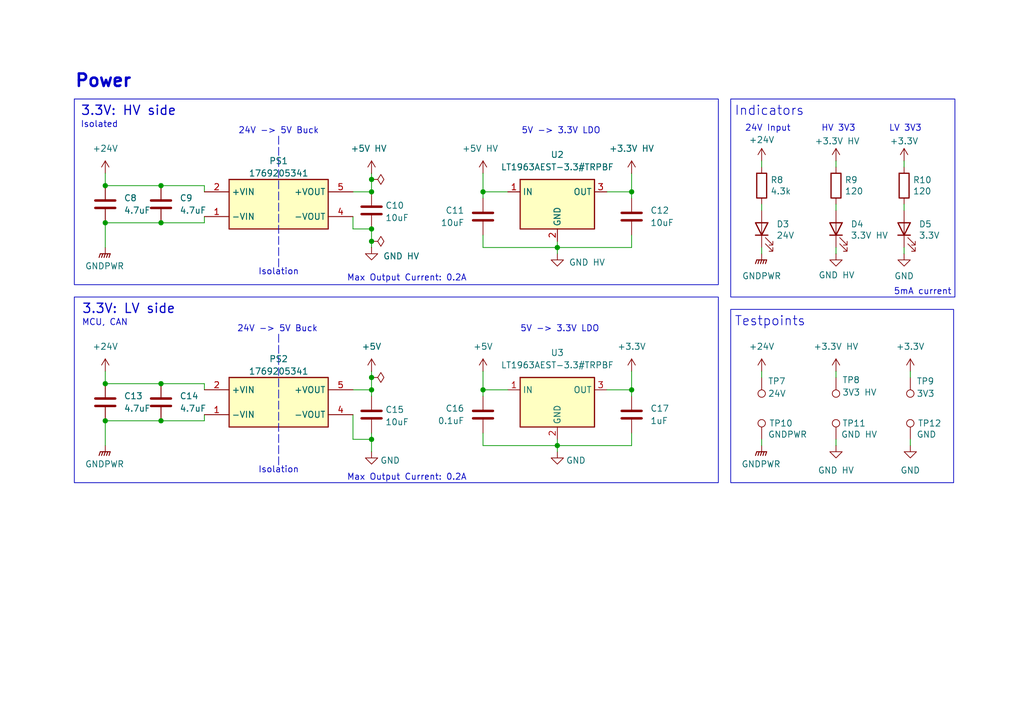
<source format=kicad_sch>
(kicad_sch (version 20250114) (generator "eeschema") (generator_version "9.0")
  (paper "A5")
  (lib_symbols
    (symbol "1769205341_1"
      (property "Reference" "PS2" (at 15.24 6.35 0))
      (property "Value" "1769205341" (at 15.24 3.81 0))
      (symbol "1769205341_1_1_1"
        (rectangle (start 5.08 2.54) (end 25.4 -7.62) (stroke (width 0.254)) (fill (type background)))
        (pin passive line (at 0 0 0) (length 5.08) (name "+VIN") (number "2"))
        (pin passive line (at 0 -5.08 0) (length 5.08) (name "-VIN") (number "1"))
        (pin passive line (at 30.48 0 180) (length 5.08) (name "+VOUT") (number "5"))
        (pin passive line (at 30.48 -5.08 180) (length 5.08) (name "-VOUT") (number "4"))
      )
    )
    (symbol "Connector:TestPoint" (pin_numbers (hide yes)) (pin_names (offset 0.762) (hide yes))
      (property "Reference" "TP" (at 0 6.858 0))
      (property "Value" "TestPoint" (at 0 5.08 0))
      (symbol "TestPoint_0_1"
        (circle (center 0 3.302) (radius 0.762))
      )
      (symbol "TestPoint_1_1"
        (pin passive line (at 0 0 90) (length 2.54) (name "1") (number "1"))
      )
    )
    (symbol "Device:C" (pin_numbers (hide yes)) (pin_names (offset 0.254))
      (property "Reference" "C" (at 0.635 2.54 0))
      (property "Value" "C" (at 0.635 -2.54 0))
      (symbol "C_0_1"
        (polyline (pts (xy -2.032 0.762) (xy 2.032 0.762)) (stroke (width 0.508)))
        (polyline (pts (xy -2.032 -0.762) (xy 2.032 -0.762)) (stroke (width 0.508)))
      )
      (symbol "C_1_1"
        (pin passive line (at 0 3.81 270) (length 2.794) (name "~") (number "1"))
        (pin passive line (at 0 -3.81 90) (length 2.794) (name "~") (number "2"))
      )
    )
    (symbol "Device:LED" (pin_numbers (hide yes)) (pin_names (offset 1.016) (hide yes))
      (property "Reference" "D" (at 0 2.54 0))
      (property "Value" "LED" (at 0 -2.54 0))
      (symbol "LED_0_1"
        (polyline (pts (xy -3.048 -0.762) (xy -4.572 -2.286) (xy -3.81 -2.286) (xy -4.572 -2.286) (xy -4.572 -1.524)))
        (polyline (pts (xy -1.778 -0.762) (xy -3.302 -2.286) (xy -2.54 -2.286) (xy -3.302 -2.286) (xy -3.302 -1.524)))
        (polyline (pts (xy -1.27 0) (xy 1.27 0)))
        (polyline (pts (xy -1.27 -1.27) (xy -1.27 1.27)) (stroke (width 0.254)))
        (polyline (pts (xy 1.27 -1.27) (xy 1.27 1.27) (xy -1.27 0) (xy 1.27 -1.27)) (stroke (width 0.254)))
      )
      (symbol "LED_1_1"
        (pin passive line (at -3.81 0 0) (length 2.54) (name "K") (number "1"))
        (pin passive line (at 3.81 0 180) (length 2.54) (name "A") (number "2"))
      )
    )
    (symbol "Device:R" (pin_numbers (hide yes)) (pin_names (offset 0))
      (property "Reference" "R" (at 2.032 0 90))
      (property "Value" "R" (at 0 0 90))
      (symbol "R_0_1"
        (rectangle (start -1.016 -2.54) (end 1.016 2.54) (stroke (width 0.254)))
      )
      (symbol "R_1_1"
        (pin passive line (at 0 3.81 270) (length 1.27) (name "~") (number "1"))
        (pin passive line (at 0 -3.81 90) (length 1.27) (name "~") (number "2"))
      )
    )
    (symbol "Regulator_Linear:LT1963AxST-3.3"
      (property "Reference" "U" (at -7.62 6.35 0))
      (property "Value" "LT1963AxST-3.3" (at -1.27 6.35 0))
      (symbol "LT1963AxST-3.3_0_1"
        (rectangle (start -7.62 5.08) (end 7.62 -5.08) (stroke (width 0.254)) (fill (type background)))
      )
      (symbol "LT1963AxST-3.3_1_1"
        (pin power_in line (at -10.16 2.54 0) (length 2.54) (name "IN") (number "1"))
        (pin power_in line (at 0 -7.62 90) (length 2.54) (name "GND") (number "2"))
        (pin power_out line (at 10.16 2.54 180) (length 2.54) (name "OUT") (number "3"))
      )
    )
    (symbol "WE_1769205341:1769205341"
      (property "Reference" "PS1" (at 15.24 6.35 0))
      (property "Value" "1769205341" (at 15.24 3.81 0))
      (symbol "1769205341_1_1"
        (rectangle (start 5.08 2.54) (end 25.4 -7.62) (stroke (width 0.254)) (fill (type background)))
        (pin passive line (at 0 0 0) (length 5.08) (name "+VIN") (number "2"))
        (pin passive line (at 0 -5.08 0) (length 5.08) (name "-VIN") (number "1"))
        (pin passive line (at 30.48 0 180) (length 5.08) (name "+VOUT") (number "5"))
        (pin passive line (at 30.48 -5.08 180) (length 5.08) (name "-VOUT") (number "4"))
      )
    )
    (symbol "power:+24V" (power) (pin_numbers (hide yes)) (pin_names (offset 0) (hide yes))
      (property "Value" "+24V" (at 0 3.556 0))
      (symbol "+24V_0_1"
        (polyline (pts (xy -0.762 1.27) (xy 0 2.54)))
        (polyline (pts (xy 0 2.54) (xy 0.762 1.27)))
        (polyline (pts (xy 0 0) (xy 0 2.54)))
      )
      (symbol "+24V_1_1"
        (pin power_in line (at 0 0 90) (length 0) (name "~") (number "1"))
      )
    )
    (symbol "power:+3.3V" (power) (pin_numbers (hide yes)) (pin_names (offset 0) (hide yes))
      (property "Value" "+3.3V" (at 0 3.556 0))
      (symbol "+3.3V_0_1"
        (polyline (pts (xy -0.762 1.27) (xy 0 2.54)))
        (polyline (pts (xy 0 2.54) (xy 0.762 1.27)))
        (polyline (pts (xy 0 0) (xy 0 2.54)))
      )
      (symbol "+3.3V_1_1"
        (pin power_in line (at 0 0 90) (length 0) (name "~") (number "1"))
      )
    )
    (symbol "power:+3V3" (power) (pin_numbers (hide yes)) (pin_names (offset 0) (hide yes))
      (property "Value" "+3V3" (at 0 3.556 0))
      (symbol "+3V3_0_1"
        (polyline (pts (xy -0.762 1.27) (xy 0 2.54)))
        (polyline (pts (xy 0 2.54) (xy 0.762 1.27)))
        (polyline (pts (xy 0 0) (xy 0 2.54)))
      )
      (symbol "+3V3_1_1"
        (pin power_in line (at 0 0 90) (length 0) (name "~") (number "1"))
      )
    )
    (symbol "power:+5V" (power) (pin_numbers (hide yes)) (pin_names (offset 0) (hide yes))
      (property "Value" "+5V" (at 0 3.556 0))
      (symbol "+5V_0_1"
        (polyline (pts (xy -0.762 1.27) (xy 0 2.54)))
        (polyline (pts (xy 0 2.54) (xy 0.762 1.27)))
        (polyline (pts (xy 0 0) (xy 0 2.54)))
      )
      (symbol "+5V_1_1"
        (pin power_in line (at 0 0 90) (length 0) (name "~") (number "1"))
      )
    )
    (symbol "power:GND" (power) (pin_numbers (hide yes)) (pin_names (offset 0) (hide yes))
      (property "Value" "GND" (at 0 -3.81 0))
      (symbol "GND_0_1"
        (polyline (pts (xy 0 0) (xy 0 -1.27) (xy 1.27 -1.27) (xy 0 -2.54) (xy -1.27 -1.27) (xy 0 -1.27)))
      )
      (symbol "GND_1_1"
        (pin power_in line (at 0 0 270) (length 0) (name "~") (number "1"))
      )
    )
    (symbol "power:GNDPWR" (power) (pin_numbers (hide yes)) (pin_names (offset 0) (hide yes))
      (property "Value" "GNDPWR" (at 0 -3.302 0))
      (symbol "GNDPWR_0_1"
        (polyline (pts (xy -1.016 -1.27) (xy -1.27 -2.032) (xy -1.27 -2.032)) (stroke (width 0.2032)))
        (polyline (pts (xy -0.508 -1.27) (xy -0.762 -2.032) (xy -0.762 -2.032)) (stroke (width 0.2032)))
        (polyline (pts (xy 0 -1.27) (xy 0 0)))
        (polyline (pts (xy 0 -1.27) (xy -0.254 -2.032) (xy -0.254 -2.032)) (stroke (width 0.2032)))
        (polyline (pts (xy 0.508 -1.27) (xy 0.254 -2.032) (xy 0.254 -2.032)) (stroke (width 0.2032)))
        (polyline (pts (xy 1.016 -1.27) (xy -1.016 -1.27) (xy -1.016 -1.27)) (stroke (width 0.2032)))
        (polyline (pts (xy 1.016 -1.27) (xy 0.762 -2.032) (xy 0.762 -2.032) (xy 0.762 -2.032)) (stroke (width 0.2032)))
      )
      (symbol "GNDPWR_1_1"
        (pin power_in line (at 0 0 270) (length 0) (name "~") (number "1"))
      )
    )
    (symbol "power:PWR_FLAG" (power) (pin_numbers (hide yes)) (pin_names (offset 0) (hide yes))
      (property "Value" "PWR_FLAG" (at 0 3.81 0))
      (symbol "PWR_FLAG_0_0"
        (pin power_out line (at 0 0 90) (length 0) (name "~") (number "1"))
      )
      (symbol "PWR_FLAG_0_1"
        (polyline (pts (xy 0 0) (xy 0 1.27) (xy -1.016 1.905) (xy 0 2.54) (xy 1.016 1.905) (xy 0 1.27)))
      )
    )
  )
  (rectangle (start 15.24 20.32) (end 147.32 58.42))
  (rectangle (start 15.24 60.96) (end 147.32 99.06))
  (rectangle (start 149.86 20.32) (end 195.834 60.96))
  (rectangle (start 149.86 63.5) (end 195.58 99.06))
  (text "Isolation" (at 57.15 55.88 0) (effects (font (size 1.27 1.27))))
  (text "Power" (at 15.24 15.24 0) (effects (font (size 2.54 2.54) (thickness 0.508) (bold yes)) (justify left top)))
  (text "Testpoints" (at 150.622 66.04 0) (effects (font (size 1.905 1.905)) (justify left)))
  (text "Isolated" (at 16.51 25.654 0) (effects (font (size 1.27 1.27)) (justify left)))
  (text "Indicators" (at 150.622 22.86 0) (effects (font (size 1.905 1.905)) (justify left)))
  (text "Max Output Current: 0.2A" (at 71.12 57.15 0) (effects (font (size 1.27 1.27)) (justify left)))
  (text "3.3V: HV side" (at 16.51 22.86 0) (effects (font (size 1.905 1.905) (thickness 0.2381)) (justify left)))
  (text "24V -> 5V Buck" (at 57.15 26.924 0) (effects (font (size 1.27 1.27))))
  (text "5V -> 3.3V LDO" (at 115.062 26.924 0) (effects (font (size 1.27 1.27))))
  (text "Max Output Current: 0.2A" (at 71.12 98.044 0) (effects (font (size 1.27 1.27)) (justify left)))
  (text "5V -> 3.3V LDO" (at 114.808 67.564 0) (effects (font (size 1.27 1.27))))
  (text "HV 3V3" (at 171.958 26.416 0) (effects (font (size 1.27 1.27))))
  (text "Isolation" (at 57.15 96.52 0) (effects (font (size 1.27 1.27))))
  (text "LV 3V3" (at 185.674 26.416 0) (effects (font (size 1.27 1.27))))
  (text "24V -> 5V Buck" (at 56.896 67.564 0) (effects (font (size 1.27 1.27))))
  (text "5mA current" (at 189.23 59.944 0) (effects (font (size 1.27 1.27))))
  (text "MCU, CAN" (at 16.764 66.294 0) (effects (font (size 1.27 1.27)) (justify left)))
  (text "24V Input" (at 157.48 26.416 0) (effects (font (size 1.27 1.27))))
  (text "3.3V: LV side" (at 16.764 63.5 0) (effects (font (size 1.905 1.905) (thickness 0.2381)) (justify left)))
  (junction (at 33.02 38.1))
  (junction (at 76.2 46.99))
  (junction (at 33.02 45.72))
  (junction (at 129.54 80.01))
  (junction (at 76.2 90.17))
  (junction (at 114.3 50.8))
  (junction (at 33.02 78.74))
  (junction (at 76.2 39.37))
  (junction (at 76.2 36.83))
  (junction (at 33.02 86.36))
  (junction (at 76.2 49.53))
  (junction (at 99.06 39.37))
  (junction (at 76.2 80.01))
  (junction (at 21.59 38.1))
  (junction (at 21.59 78.74))
  (junction (at 99.06 80.01))
  (junction (at 21.59 45.72))
  (junction (at 21.59 86.36))
  (junction (at 129.54 39.37))
  (junction (at 114.3 91.44))
  (junction (at 76.2 77.47))
  (wire (pts (xy 76.2 77.47) (xy 76.2 80.01)))
  (wire (pts (xy 114.3 91.44) (xy 129.54 91.44)))
  (wire (pts (xy 156.21 90.17) (xy 156.21 91.44)))
  (wire (pts (xy 129.54 35.56) (xy 129.54 39.37)))
  (wire (pts (xy 21.59 38.1) (xy 33.02 38.1)))
  (wire (pts (xy 76.2 90.17) (xy 76.2 92.71)))
  (wire (pts (xy 99.06 48.26) (xy 99.06 50.8)))
  (wire (pts (xy 171.45 33.02) (xy 171.45 34.29)))
  (wire (pts (xy 185.42 50.8) (xy 185.42 52.07)))
  (wire (pts (xy 124.46 39.37) (xy 129.54 39.37)))
  (wire (pts (xy 99.06 50.8) (xy 114.3 50.8)))
  (wire (pts (xy 124.46 80.01) (xy 129.54 80.01)))
  (wire (pts (xy 129.54 76.2) (xy 129.54 80.01)))
  (wire (pts (xy 76.2 35.56) (xy 76.2 36.83)))
  (wire (pts (xy 76.2 36.83) (xy 76.2 39.37)))
  (wire (pts (xy 114.3 49.53) (xy 114.3 50.8)))
  (wire (pts (xy 99.06 39.37) (xy 99.06 40.64)))
  (wire (pts (xy 41.91 85.09) (xy 41.91 86.36)))
  (wire (pts (xy 171.45 41.91) (xy 171.45 43.18)))
  (wire (pts (xy 33.02 86.36) (xy 41.91 86.36)))
  (wire (pts (xy 72.39 80.01) (xy 76.2 80.01)))
  (wire (pts (xy 129.54 88.9) (xy 129.54 91.44)))
  (wire (pts (xy 171.45 76.2) (xy 171.45 77.47)))
  (wire (pts (xy 114.3 91.44) (xy 114.3 92.71)))
  (wire (pts (xy 99.06 91.44) (xy 114.3 91.44)))
  (wire (pts (xy 76.2 88.9) (xy 76.2 90.17)))
  (wire (pts (xy 76.2 49.53) (xy 76.2 50.8)))
  (wire (pts (xy 41.91 78.74) (xy 41.91 80.01)))
  (wire (pts (xy 171.45 50.8) (xy 171.45 52.07)))
  (wire (pts (xy 72.39 46.99) (xy 72.39 44.45)))
  (polyline (pts (xy 57.15 27.94) (xy 57.15 54.864)) (stroke (width 0) (type dash)))
  (wire (pts (xy 129.54 48.26) (xy 129.54 50.8)))
  (wire (pts (xy 99.06 35.56) (xy 99.06 39.37)))
  (wire (pts (xy 171.45 90.17) (xy 171.45 91.44)))
  (wire (pts (xy 72.39 90.17) (xy 76.2 90.17)))
  (wire (pts (xy 21.59 76.2) (xy 21.59 78.74)))
  (wire (pts (xy 156.21 50.8) (xy 156.21 52.07)))
  (wire (pts (xy 21.59 86.36) (xy 33.02 86.36)))
  (wire (pts (xy 21.59 45.72) (xy 21.59 50.8)))
  (wire (pts (xy 72.39 46.99) (xy 76.2 46.99)))
  (wire (pts (xy 41.91 38.1) (xy 41.91 39.37)))
  (wire (pts (xy 21.59 45.72) (xy 33.02 45.72)))
  (wire (pts (xy 72.39 39.37) (xy 76.2 39.37)))
  (wire (pts (xy 156.21 33.02) (xy 156.21 34.29)))
  (wire (pts (xy 99.06 80.01) (xy 99.06 81.28)))
  (polyline (pts (xy 57.15 68.58) (xy 57.15 95.504)) (stroke (width 0) (type dash)))
  (wire (pts (xy 99.06 39.37) (xy 104.14 39.37)))
  (wire (pts (xy 21.59 35.56) (xy 21.59 38.1)))
  (wire (pts (xy 186.69 90.17) (xy 186.69 91.44)))
  (wire (pts (xy 185.42 41.91) (xy 185.42 43.18)))
  (wire (pts (xy 156.21 76.2) (xy 156.21 77.47)))
  (wire (pts (xy 156.21 41.91) (xy 156.21 43.18)))
  (wire (pts (xy 114.3 50.8) (xy 114.3 52.07)))
  (wire (pts (xy 72.39 85.09) (xy 72.39 90.17)))
  (wire (pts (xy 33.02 38.1) (xy 41.91 38.1)))
  (wire (pts (xy 99.06 80.01) (xy 104.14 80.01)))
  (wire (pts (xy 129.54 80.01) (xy 129.54 81.28)))
  (wire (pts (xy 99.06 88.9) (xy 99.06 91.44)))
  (wire (pts (xy 21.59 78.74) (xy 33.02 78.74)))
  (wire (pts (xy 99.06 76.2) (xy 99.06 80.01)))
  (wire (pts (xy 41.91 44.45) (xy 41.91 45.72)))
  (wire (pts (xy 185.42 33.02) (xy 185.42 34.29)))
  (wire (pts (xy 33.02 45.72) (xy 41.91 45.72)))
  (wire (pts (xy 76.2 46.99) (xy 76.2 49.53)))
  (wire (pts (xy 21.59 86.36) (xy 21.59 91.44)))
  (wire (pts (xy 33.02 78.74) (xy 41.91 78.74)))
  (wire (pts (xy 114.3 50.8) (xy 129.54 50.8)))
  (wire (pts (xy 129.54 39.37) (xy 129.54 40.64)))
  (wire (pts (xy 114.3 90.17) (xy 114.3 91.44)))
  (wire (pts (xy 76.2 76.2) (xy 76.2 77.47)))
  (wire (pts (xy 76.2 80.01) (xy 76.2 81.28)))
  (wire (pts (xy 186.69 76.2) (xy 186.69 77.47)))
  (symbol (lib_id "power:+24V") (at 156.21 33.02 0) (unit 1)
    (property "Reference" "#PWR018" (effects (hide yes)))
    (property "Value" "+24V" (at 156.21 28.702 0))
    (property "Description" "Power symbol creates a global label with name \"+24V\"" (effects (hide yes)))
  )
  (symbol (lib_id "Device:C") (at 33.02 41.91 0) (unit 1)
    (property "Reference" "C9" (at 36.83 40.6399 0) (effects (justify left)))
    (property "Value" "4.7uF" (at 36.83 43.1799 0) (effects (justify left)))
    (property "Footprint" "Capacitor_SMD:C_0603_1608Metric_Pad1.08x0.95mm_HandSolder" (effects (hide yes)))
    (property "Description" "Unpolarized capacitor" (effects (hide yes)))
  )
  (symbol (lib_id "Device:R") (at 156.21 38.1 0) (unit 1)
    (property "Reference" "R8" (at 157.988 36.9316 0) (effects (justify left)))
    (property "Value" "4.3k" (at 157.988 39.243 0) (effects (justify left)))
    (property "Footprint" "Resistor_SMD:R_0603_1608Metric_Pad0.98x0.95mm_HandSolder" (effects (hide yes)))
    (property "Description" "Resistor" (effects (hide yes)))
    (property "Mfg" "SDR10EZPJ152" (effects (hide yes)))
  )
  (symbol (lib_id "Connector:TestPoint") (at 186.69 90.17 0) (mirror y) (unit 1)
    (property "Reference" "TP12" (at 188.214 86.868 0) (effects (justify right)))
    (property "Value" "GND" (at 187.96 89.1541 0) (effects (justify right)))
    (property "Description" "test point" (effects (hide yes)))
  )
  (symbol (lib_id "power:PWR_FLAG") (at 76.2 77.47 270) (unit 1)
    (property "Reference" "#FLG03" (effects (hide yes)))
    (property "Value" "PWR_FLAG" (effects (hide yes)))
    (property "Description" "Special symbol for telling ERC where power comes from" (effects (hide yes)))
  )
  (symbol (lib_id "power:GNDPWR") (at 21.59 91.44 0) (unit 1)
    (property "Reference" "#PWR038" (effects (hide yes)))
    (property "Value" "GNDPWR" (at 21.463 95.25 0))
    (property "Description" "Power symbol creates a global label with name \"GNDPWR\" , global ground" (effects (hide yes)))
  )
  (symbol (lib_id "power:GNDPWR") (at 156.21 91.44 0) (unit 1)
    (property "Reference" "#PWR039" (effects (hide yes)))
    (property "Value" "GNDPWR" (at 156.083 95.25 0))
    (property "Description" "Power symbol creates a global label with name \"GNDPWR\" , global ground" (effects (hide yes)))
  )
  (symbol (lib_id "power:+24V") (at 21.59 35.56 0) (unit 1)
    (property "Reference" "#PWR021" (effects (hide yes)))
    (property "Value" "+24V" (at 21.59 30.48 0))
    (property "Description" "Power symbol creates a global label with name \"+24V\"" (effects (hide yes)))
  )
  (symbol (lib_id "power:GND") (at 114.3 52.07 0) (unit 1)
    (property "Reference" "#PWR027" (effects (hide yes)))
    (property "Value" "GND HV" (at 120.396 53.848 0))
    (property "Description" "Power symbol creates a global label with name \"GND\" , ground" (effects (hide yes)))
  )
  (symbol (lib_id "Device:C") (at 21.59 82.55 0) (unit 1)
    (property "Reference" "C13" (at 25.4 81.2799 0) (effects (justify left)))
    (property "Value" "4.7uF" (at 25.4 83.8199 0) (effects (justify left)))
    (property "Footprint" "Capacitor_SMD:C_0603_1608Metric_Pad1.08x0.95mm_HandSolder" (effects (hide yes)))
    (property "Description" "Unpolarized capacitor" (effects (hide yes)))
  )
  (symbol (lib_id "power:+3V3") (at 129.54 35.56 0) (unit 1)
    (property "Reference" "#PWR024" (effects (hide yes)))
    (property "Value" "+3.3V HV" (at 129.54 30.48 0))
    (property "Description" "Power symbol creates a global label with name \"+3V3\"" (effects (hide yes)))
  )
  (symbol (lib_id "Regulator_Linear:LT1963AxST-3.3") (at 114.3 82.55 0) (unit 1)
    (property "Reference" "U3" (at 114.3 72.39 0))
    (property "Value" "LT1963AEST-3.3#TRPBF" (at 114.3 74.93 0))
    (property "Footprint" "Package_TO_SOT_SMD:SOT-223-3_TabPin2" (effects (hide yes)))
    (property "Datasheet" "https://www.analog.com/media/en/technical-documentation/data-sheets/1963aff.pdf" (effects (hide yes)))
    (property "Description" "3.3V, 1.5A, Low Noise, Fast Transient Response LDO Regulator, SOT-223" (effects (hide yes)))
  )
  (symbol (lib_id "power:GND") (at 171.45 52.07 0) (unit 1)
    (property "Reference" "#PWR029" (effects (hide yes)))
    (property "Value" "GND HV" (at 171.577 56.4642 0))
    (property "Description" "Power symbol creates a global label with name \"GND\" , ground" (effects (hide yes)))
  )
  (symbol (lib_id "Device:C") (at 33.02 82.55 0) (unit 1)
    (property "Reference" "C14" (at 36.83 81.2799 0) (effects (justify left)))
    (property "Value" "4.7uF" (at 36.83 83.8199 0) (effects (justify left)))
    (property "Footprint" "Capacitor_SMD:C_0603_1608Metric_Pad1.08x0.95mm_HandSolder" (effects (hide yes)))
    (property "Description" "Unpolarized capacitor" (effects (hide yes)))
  )
  (symbol (lib_id "power:+3.3V") (at 171.45 76.2 0) (unit 1)
    (property "Reference" "#PWR036" (effects (hide yes)))
    (property "Value" "+3.3V HV" (at 171.45 71.12 0))
    (property "Description" "Power symbol creates a global label with name \"+3.3V\"" (effects (hide yes)))
  )
  (symbol (lib_id "power:+3.3V") (at 185.42 33.02 0) (unit 1)
    (property "Reference" "#PWR020" (effects (hide yes)))
    (property "Value" "+3.3V" (at 185.42 28.956 0))
    (property "Description" "Power symbol creates a global label with name \"+3.3V\"" (effects (hide yes)))
  )
  (symbol (lib_id "Device:C") (at 129.54 44.45 0) (unit 1)
    (property "Reference" "C12" (at 133.35 43.1799 0) (effects (justify left)))
    (property "Value" "10uF" (at 133.35 45.7199 0) (effects (justify left)))
    (property "Footprint" "Capacitor_SMD:C_0603_1608Metric_Pad1.08x0.95mm_HandSolder" (effects (hide yes)))
    (property "Description" "Unpolarized capacitor" (effects (hide yes)))
  )
  (symbol (lib_id "Device:LED") (at 185.42 46.99 90) (unit 1)
    (property "Reference" "D5" (at 188.4172 45.9994 90) (effects (justify right)))
    (property "Value" "3.3V" (at 188.4172 48.3108 90) (effects (justify right)))
    (property "Footprint" "LED_SMD:LED_0603_1608Metric_Pad1.05x0.95mm_HandSolder" (effects (hide yes)))
    (property "Datasheet" "https://www.lcsc.com/datasheet/C7371904.pdf" (effects (hide yes)))
    (property "Description" "Light emitting diode" (effects (hide yes)))
    (property "Mfg" "XL-1608UBC-06A" (effects (hide yes)))
    (property "Sim.Pins" "1=K 2=A" (effects (hide yes)))
  )
  (symbol (lib_id "power:GNDPWR") (at 156.21 52.07 0) (unit 1)
    (property "Reference" "#PWR028" (effects (hide yes)))
    (property "Value" "GNDPWR" (at 156.21 56.642 0))
    (property "Description" "Power symbol creates a global label with name \"GNDPWR\" , global ground" (effects (hide yes)))
  )
  (symbol (lib_id "power:+24V") (at 156.21 76.2 0) (unit 1)
    (property "Reference" "#PWR035" (effects (hide yes)))
    (property "Value" "+24V" (at 156.21 71.12 0))
    (property "Description" "Power symbol creates a global label with name \"+24V\"" (effects (hide yes)))
  )
  (symbol (lib_id "power:+5V") (at 99.06 35.56 0) (unit 1)
    (property "Reference" "#PWR023" (effects (hide yes)))
    (property "Value" "+5V HV" (at 94.742 30.48 0) (effects (justify left)))
    (property "Description" "Power symbol creates a global label with name \"+5V\"" (effects (hide yes)))
  )
  (symbol (lib_id "Device:LED") (at 171.45 46.99 90) (unit 1)
    (property "Reference" "D4" (at 174.4472 45.9994 90) (effects (justify right)))
    (property "Value" "3.3V HV" (at 174.4472 48.3108 90) (effects (justify right)))
    (property "Footprint" "LED_SMD:LED_0603_1608Metric_Pad1.05x0.95mm_HandSolder" (effects (hide yes)))
    (property "Datasheet" "https://www.lcsc.com/datasheet/C7371904.pdf" (effects (hide yes)))
    (property "Description" "Light emitting diode" (effects (hide yes)))
    (property "Mfg" "XL-1608UBC-06A" (effects (hide yes)))
    (property "Sim.Pins" "1=K 2=A" (effects (hide yes)))
  )
  (symbol (lib_id "Regulator_Linear:LT1963AxST-3.3") (at 114.3 41.91 0) (unit 1)
    (property "Reference" "U2" (at 114.3 31.75 0))
    (property "Value" "LT1963AEST-3.3#TRPBF" (at 114.3 34.29 0))
    (property "Footprint" "Package_TO_SOT_SMD:SOT-223-3_TabPin2" (effects (hide yes)))
    (property "Datasheet" "https://www.analog.com/media/en/technical-documentation/data-sheets/1963aff.pdf" (effects (hide yes)))
    (property "Description" "3.3V, 1.5A, Low Noise, Fast Transient Response LDO Regulator, SOT-223" (effects (hide yes)))
  )
  (symbol (lib_id "Device:C") (at 99.06 85.09 0) (mirror y) (unit 1)
    (property "Reference" "C16" (at 95.25 83.8199 0) (effects (justify left)))
    (property "Value" "0.1uF" (at 95.25 86.3599 0) (effects (justify left)))
    (property "Footprint" "Capacitor_SMD:C_0603_1608Metric_Pad1.08x0.95mm_HandSolder" (effects (hide yes)))
    (property "Description" "Unpolarized capacitor" (effects (hide yes)))
  )
  (symbol (lib_id "power:+5V") (at 76.2 76.2 0) (unit 1)
    (property "Reference" "#PWR032" (effects (hide yes)))
    (property "Value" "+5V" (at 76.2 71.12 0))
    (property "Description" "Power symbol creates a global label with name \"+5V\"" (effects (hide yes)))
  )
  (symbol (lib_id "power:GND") (at 76.2 92.71 0) (unit 1)
    (property "Reference" "#PWR042" (effects (hide yes)))
    (property "Value" "GND" (at 80.01 94.488 0))
    (property "Description" "Power symbol creates a global label with name \"GND\" , ground" (effects (hide yes)))
  )
  (symbol (lib_id "Device:C") (at 99.06 44.45 0) (mirror y) (unit 1)
    (property "Reference" "C11" (at 95.25 43.1799 0) (effects (justify left)))
    (property "Value" "10uF" (at 95.25 45.7199 0) (effects (justify left)))
    (property "Footprint" "Capacitor_SMD:C_0603_1608Metric_Pad1.08x0.95mm_HandSolder" (effects (hide yes)))
    (property "Description" "Unpolarized capacitor" (effects (hide yes)))
  )
  (symbol (lib_id "power:PWR_FLAG") (at 76.2 36.83 270) (unit 1)
    (property "Reference" "#FLG01" (effects (hide yes)))
    (property "Value" "PWR_FLAG" (effects (hide yes)))
    (property "Description" "Special symbol for telling ERC where power comes from" (effects (hide yes)))
  )
  (symbol (lib_id "power:GND") (at 114.3 92.71 0) (unit 1)
    (property "Reference" "#PWR043" (effects (hide yes)))
    (property "Value" "GND" (at 118.11 94.488 0))
    (property "Description" "Power symbol creates a global label with name \"GND\" , ground" (effects (hide yes)))
  )
  (symbol (lib_id "Connector:TestPoint") (at 156.21 77.47 180) (unit 1)
    (property "Reference" "TP7" (at 157.48 78.232 0) (effects (justify right)))
    (property "Value" "24V" (at 157.48 80.772 0) (effects (justify right)))
    (property "Description" "test point" (effects (hide yes)))
  )
  (symbol (lib_id "Device:LED") (at 156.21 46.99 90) (unit 1)
    (property "Reference" "D3" (at 159.2072 45.9994 90) (effects (justify right)))
    (property "Value" "24V" (at 159.2072 48.3108 90) (effects (justify right)))
    (property "Footprint" "LED_SMD:LED_0603_1608Metric_Pad1.05x0.95mm_HandSolder" (effects (hide yes)))
    (property "Datasheet" "https://www.lcsc.com/datasheet/C7371904.pdf" (effects (hide yes)))
    (property "Description" "Light emitting diode" (effects (hide yes)))
    (property "Mfg" "XL-1608UBC-06A" (effects (hide yes)))
    (property "Sim.Pins" "1=K 2=A" (effects (hide yes)))
  )
  (symbol (lib_id "power:+3.3V") (at 129.54 76.2 0) (unit 1)
    (property "Reference" "#PWR034" (effects (hide yes)))
    (property "Value" "+3.3V" (at 129.54 71.12 0))
    (property "Description" "Power symbol creates a global label with name \"+3.3V\"" (effects (hide yes)))
  )
  (symbol (lib_id "Device:C") (at 76.2 85.09 0) (mirror y) (unit 1)
    (property "Reference" "C15" (at 78.994 84.074 0) (effects (justify right)))
    (property "Value" "10uF" (at 78.994 86.614 0) (effects (justify right)))
    (property "Footprint" "Capacitor_SMD:C_0603_1608Metric_Pad1.08x0.95mm_HandSolder" (effects (hide yes)))
    (property "Description" "Unpolarized capacitor" (effects (hide yes)))
  )
  (symbol (lib_id "Connector:TestPoint") (at 156.21 90.17 0) (mirror y) (unit 1)
    (property "Reference" "TP10" (at 157.734 86.868 0) (effects (justify right)))
    (property "Value" "GNDPWR" (at 157.48 89.1541 0) (effects (justify right)))
    (property "Description" "test point" (effects (hide yes)))
  )
  (symbol (lib_id "Connector:TestPoint") (at 171.45 77.47 180) (unit 1)
    (property "Reference" "TP8" (at 172.72 77.978 0) (effects (justify right)))
    (property "Value" "3V3 HV" (at 172.72 80.518 0) (effects (justify right)))
    (property "Description" "test point" (effects (hide yes)))
  )
  (symbol (lib_id "power:GND") (at 186.69 91.44 0) (unit 1)
    (property "Reference" "#PWR041" (effects (hide yes)))
    (property "Value" "GND" (at 186.69 96.52 0))
    (property "Description" "Power symbol creates a global label with name \"GND\" , ground" (effects (hide yes)))
  )
  (symbol (lib_id "power:PWR_FLAG") (at 76.2 49.53 270) (unit 1)
    (property "Reference" "#FLG02" (effects (hide yes)))
    (property "Value" "PWR_FLAG" (effects (hide yes)))
    (property "Description" "Special symbol for telling ERC where power comes from" (effects (hide yes)))
  )
  (symbol (lib_id "power:+3.3V") (at 186.69 76.2 0) (unit 1)
    (property "Reference" "#PWR037" (effects (hide yes)))
    (property "Value" "+3.3V" (at 186.69 71.12 0))
    (property "Description" "Power symbol creates a global label with name \"+3.3V\"" (effects (hide yes)))
  )
  (symbol (lib_id "power:GND") (at 185.42 52.07 0) (unit 1)
    (property "Reference" "#PWR030" (effects (hide yes)))
    (property "Value" "GND" (at 185.42 56.642 0))
    (property "Description" "Power symbol creates a global label with name \"GND\" , ground" (effects (hide yes)))
  )
  (symbol (lib_id "Connector:TestPoint") (at 171.45 90.17 0) (mirror y) (unit 1)
    (property "Reference" "TP11" (at 172.72 86.868 0) (effects (justify right)))
    (property "Value" "GND HV" (at 172.466 89.1541 0) (effects (justify right)))
    (property "Description" "test point" (effects (hide yes)))
  )
  (symbol (lib_id "Device:C") (at 21.59 41.91 0) (unit 1)
    (property "Reference" "C8" (at 25.4 40.6399 0) (effects (justify left)))
    (property "Value" "4.7uF" (at 25.4 43.1799 0) (effects (justify left)))
    (property "Footprint" "Capacitor_SMD:C_0603_1608Metric_Pad1.08x0.95mm_HandSolder" (effects (hide yes)))
    (property "Description" "Unpolarized capacitor" (effects (hide yes)))
  )
  (symbol (lib_id "power:GNDPWR") (at 21.59 50.8 0) (unit 1)
    (property "Reference" "#PWR025" (effects (hide yes)))
    (property "Value" "GNDPWR" (at 21.463 54.61 0))
    (property "Description" "Power symbol creates a global label with name \"GNDPWR\" , global ground" (effects (hide yes)))
  )
  (symbol (lib_id "Device:C") (at 76.2 43.18 0) (mirror y) (unit 1)
    (property "Reference" "C10" (at 78.994 42.164 0) (effects (justify right)))
    (property "Value" "10uF" (at 78.994 44.704 0) (effects (justify right)))
    (property "Footprint" "Capacitor_SMD:C_0603_1608Metric_Pad1.08x0.95mm_HandSolder" (effects (hide yes)))
    (property "Description" "Unpolarized capacitor" (effects (hide yes)))
  )
  (symbol (lib_id "Connector:TestPoint") (at 186.69 77.47 180) (unit 1)
    (property "Reference" "TP9" (at 187.96 78.232 0) (effects (justify right)))
    (property "Value" "3V3" (at 187.96 80.772 0) (effects (justify right)))
    (property "Description" "test point" (effects (hide yes)))
  )
  (symbol (lib_id "power:GND") (at 76.2 50.8 0) (unit 1)
    (property "Reference" "#PWR026" (effects (hide yes)))
    (property "Value" "GND HV" (at 82.296 52.578 0))
    (property "Description" "Power symbol creates a global label with name \"GND\" , ground" (effects (hide yes)))
  )
  (symbol (lib_id "Device:R") (at 171.45 38.1 0) (unit 1)
    (property "Reference" "R9" (at 173.228 36.9316 0) (effects (justify left)))
    (property "Value" "120" (at 173.228 39.243 0) (effects (justify left)))
    (property "Footprint" "Resistor_SMD:R_0603_1608Metric_Pad0.98x0.95mm_HandSolder" (effects (hide yes)))
    (property "Description" "Resistor" (effects (hide yes)))
    (property "Mfg" "SDR10EZPJ152" (effects (hide yes)))
  )
  (symbol (lib_id "Device:C") (at 129.54 85.09 0) (unit 1)
    (property "Reference" "C17" (at 133.35 83.8199 0) (effects (justify left)))
    (property "Value" "1uF" (at 133.35 86.3599 0) (effects (justify left)))
    (property "Footprint" "Capacitor_SMD:C_0603_1608Metric_Pad1.08x0.95mm_HandSolder" (effects (hide yes)))
    (property "Description" "Unpolarized capacitor" (effects (hide yes)))
  )
  (symbol (lib_id "Device:R") (at 185.42 38.1 0) (unit 1)
    (property "Reference" "R10" (at 187.198 36.9316 0) (effects (justify left)))
    (property "Value" "120" (at 187.198 39.243 0) (effects (justify left)))
    (property "Footprint" "Resistor_SMD:R_0603_1608Metric_Pad0.98x0.95mm_HandSolder" (effects (hide yes)))
    (property "Description" "Resistor" (effects (hide yes)))
    (property "Mfg" "SDR10EZPJ152" (effects (hide yes)))
  )
  (symbol (lib_id "power:GND") (at 171.45 91.44 0) (unit 1)
    (property "Reference" "#PWR040" (effects (hide yes)))
    (property "Value" "GND HV" (at 171.45 96.52 0))
    (property "Description" "Power symbol creates a global label with name \"GND\" , ground" (effects (hide yes)))
  )
  (symbol (lib_id "power:+5V") (at 76.2 35.56 0) (unit 1)
    (property "Reference" "#PWR022" (effects (hide yes)))
    (property "Value" "+5V HV" (at 71.882 30.48 0) (effects (justify left)))
    (property "Description" "Power symbol creates a global label with name \"+5V\"" (effects (hide yes)))
  )
  (symbol (lib_id "WE_1769205341:1769205341") (at 41.91 39.37 0) (unit 1)
    (property "Reference" "PS1" (at 57.15 33.02 0))
    (property "Value" "1769205341" (at 57.15 35.56 0))
    (property "Footprint" "Parts:WE_1769205341" (effects (hide yes)))
    (property "Datasheet" "https://www.we-online.com/components/products/datasheet/1769205341.pdf" (effects (hide yes)))
    (property "Description" "WURTH ELEKTRONIK - 1769205341 - Isolated Surface Mount DC/DC Converter, ITE, 1 W, 1 Output, 5 V, 200 mA" (effects (hide yes)))
    (property "Height" "7.5" (effects (hide yes)))
    (property "Mouser Part Number" "710-1769205341" (effects (hide yes)))
    (property "Mouser Price/Stock" "https://www.mouser.co.uk/ProductDetail/Wurth-Elektronik/1769205341?qs=T%252BzbugeAwjiKSHaIS1c9fw%3D%3D" (effects (hide yes)))
    (property "Manufacturer_Name" "Wurth Elektronik" (effects (hide yes)))
    (property "Manufacturer_Part_Number" "1769205341" (effects (hide yes)))
  )
  (symbol (lib_id "power:+5V") (at 99.06 76.2 0) (unit 1)
    (property "Reference" "#PWR033" (effects (hide yes)))
    (property "Value" "+5V" (at 99.06 71.12 0))
    (property "Description" "Power symbol creates a global label with name \"+5V\"" (effects (hide yes)))
  )
  (symbol (lib_name "1769205341_1") (lib_id "WE_1769205341:1769205341") (at 41.91 80.01 0) (unit 1)
    (property "Reference" "PS2" (at 57.15 73.66 0))
    (property "Value" "1769205341" (at 57.15 76.2 0))
    (property "Footprint" "Parts:WE_1769205341" (effects (hide yes)))
    (property "Datasheet" "https://www.we-online.com/components/products/datasheet/1769205341.pdf" (effects (hide yes)))
    (property "Description" "WURTH ELEKTRONIK - 1769205341 - Isolated Surface Mount DC/DC Converter, ITE, 1 W, 1 Output, 5 V, 200 mA" (effects (hide yes)))
    (property "Height" "7.5" (effects (hide yes)))
    (property "Mouser Part Number" "710-1769205341" (effects (hide yes)))
    (property "Mouser Price/Stock" "https://www.mouser.co.uk/ProductDetail/Wurth-Elektronik/1769205341?qs=T%252BzbugeAwjiKSHaIS1c9fw%3D%3D" (effects (hide yes)))
    (property "Manufacturer_Name" "Wurth Elektronik" (effects (hide yes)))
    (property "Manufacturer_Part_Number" "1769205341" (effects (hide yes)))
  )
  (symbol (lib_id "power:+24V") (at 21.59 76.2 0) (unit 1)
    (property "Reference" "#PWR031" (effects (hide yes)))
    (property "Value" "+24V" (at 21.59 71.12 0))
    (property "Description" "Power symbol creates a global label with name \"+24V\"" (effects (hide yes)))
  )
  (symbol (lib_id "power:+3.3V") (at 171.45 33.02 0) (unit 1)
    (property "Reference" "#PWR019" (effects (hide yes)))
    (property "Value" "+3.3V HV" (at 171.704 28.956 0))
    (property "Description" "Power symbol creates a global label with name \"+3.3V\"" (effects (hide yes)))
  )
)
</source>
